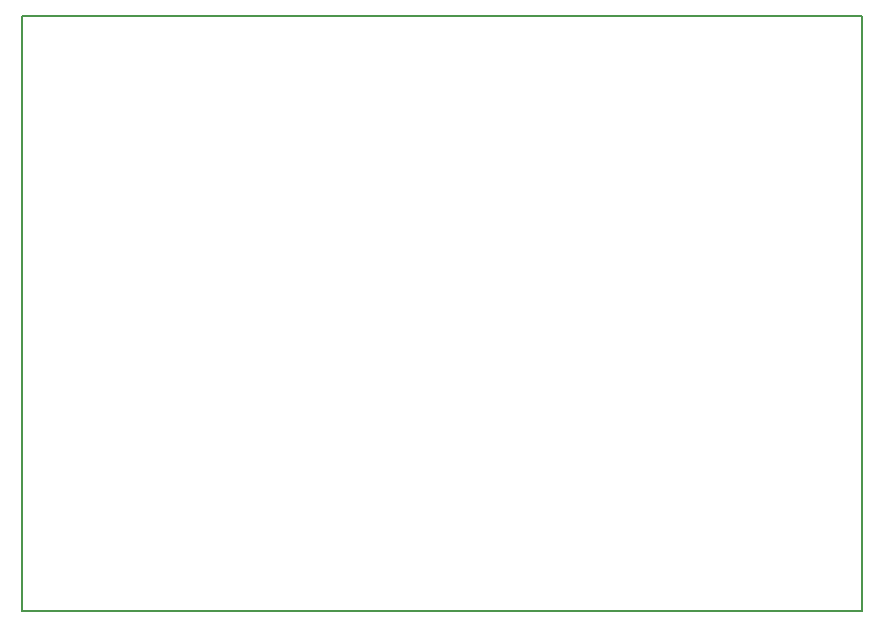
<source format=gbr>
%TF.GenerationSoftware,KiCad,Pcbnew,5.1.5-52549c5~84~ubuntu18.04.1*%
%TF.CreationDate,2020-07-26T00:26:10-03:00*%
%TF.ProjectId,Placa tesis,506c6163-6120-4746-9573-69732e6b6963,rev?*%
%TF.SameCoordinates,Original*%
%TF.FileFunction,Profile,NP*%
%FSLAX46Y46*%
G04 Gerber Fmt 4.6, Leading zero omitted, Abs format (unit mm)*
G04 Created by KiCad (PCBNEW 5.1.5-52549c5~84~ubuntu18.04.1) date 2020-07-26 00:26:10*
%MOMM*%
%LPD*%
G04 APERTURE LIST*
%TA.AperFunction,Profile*%
%ADD10C,0.150000*%
%TD*%
G04 APERTURE END LIST*
D10*
X82800000Y-91800000D02*
X153900000Y-91800000D01*
X153900000Y-41400000D02*
X153900000Y-91800000D01*
X82800000Y-41400000D02*
X82800000Y-91800000D01*
X82800000Y-41400000D02*
X153900000Y-41400000D01*
M02*

</source>
